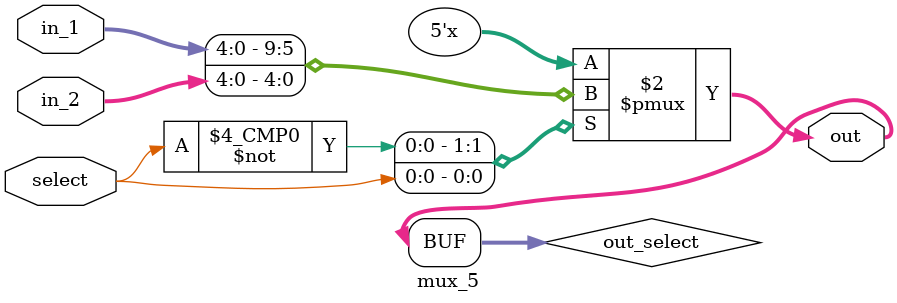
<source format=v>
module mux_5(
  output [4:0] out,
  input [4:0] in_1,
  input [4:0] in_2,
  input select
);
  reg [4:0] out_select;
  assign out = out_select;
  always@(*) begin
	casex(select)
		1'b0: out_select = in_1;
		1'b1: out_select = in_2;
		1'bx: out_select = 5'bx;
	endcase
  end

endmodule

</source>
